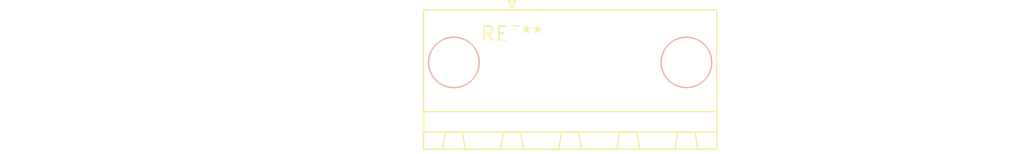
<source format=kicad_pcb>
(kicad_pcb (version 20240108) (generator pcbnew)
  (layers (0 "F.Cu" signal) (31 "B.Cu" signal) (34 "B.Paste" user) (35 "F.Paste" user) (36 "B.SilkS" user "B.Silkscreen") (37 "F.SilkS" user "F.Silkscreen") (38 "B.Mask" user) (39 "F.Mask" user) (44 "Edge.Cuts" user))
  (net 0 "")
  (footprint "PhoenixContact_MSTB_2,5_3-GF-5,08_1x03_P5.08mm_Horizontal_ThreadedFlange_MountHole" (layer "F.Cu") (at 0 0)
    (property "Reference" "REF**")
    (property "Value" "PhoenixContact_MSTB_2,5_3-GF-5,08_1x03_P5.08mm_Horizontal_ThreadedFlange_MountHole")
    (fp_circle (center -5.08 2.5) (end -2.87 2.5) (layer "B.SilkS") (stroke (width 0.12)) (fill none))
    (fp_circle (center 15.24 2.5) (end 17.45 2.5) (layer "B.SilkS") (stroke (width 0.12)) (fill none))
    (fp_line (start -7.73 -2.11) (end -7.73 10.11) (layer "F.SilkS") (stroke (width 0.12)))
    (fp_line (start -7.73 6.81) (end 17.89 6.81) (layer "F.SilkS") (stroke (width 0.12)))
    (fp_line (start -7.73 8.61) (end -7.73 6.81) (layer "F.SilkS") (stroke (width 0.12)))
    (fp_line (start -7.73 10.11) (end 17.89 10.11) (layer "F.SilkS") (stroke (width 0.12)))
    (fp_line (start -6.08 10.11) (end -4.08 10.11) (layer "F.SilkS") (stroke (width 0.12)))
    (fp_line (start -5.83 8.61) (end -6.08 10.11) (layer "F.SilkS") (stroke (width 0.12)))
    (fp_line (start -4.33 8.61) (end -5.83 8.61) (layer "F.SilkS") (stroke (width 0.12)))
    (fp_line (start -4.08 10.11) (end -4.33 8.61) (layer "F.SilkS") (stroke (width 0.12)))
    (fp_line (start -1 10.11) (end 1 10.11) (layer "F.SilkS") (stroke (width 0.12)))
    (fp_line (start -0.75 8.61) (end -1 10.11) (layer "F.SilkS") (stroke (width 0.12)))
    (fp_line (start -0.3 -2.91) (end 0.3 -2.91) (layer "F.SilkS") (stroke (width 0.12)))
    (fp_line (start 0 -2.31) (end -0.3 -2.91) (layer "F.SilkS") (stroke (width 0.12)))
    (fp_line (start 0.3 -2.91) (end 0 -2.31) (layer "F.SilkS") (stroke (width 0.12)))
    (fp_line (start 0.75 8.61) (end -0.75 8.61) (layer "F.SilkS") (stroke (width 0.12)))
    (fp_line (start 1 10.11) (end 0.75 8.61) (layer "F.SilkS") (stroke (width 0.12)))
    (fp_line (start 4.08 10.11) (end 6.08 10.11) (layer "F.SilkS") (stroke (width 0.12)))
    (fp_line (start 4.33 8.61) (end 4.08 10.11) (layer "F.SilkS") (stroke (width 0.12)))
    (fp_line (start 5.83 8.61) (end 4.33 8.61) (layer "F.SilkS") (stroke (width 0.12)))
    (fp_line (start 6.08 10.11) (end 5.83 8.61) (layer "F.SilkS") (stroke (width 0.12)))
    (fp_line (start 9.16 10.11) (end 11.16 10.11) (layer "F.SilkS") (stroke (width 0.12)))
    (fp_line (start 9.41 8.61) (end 9.16 10.11) (layer "F.SilkS") (stroke (width 0.12)))
    (fp_line (start 10.91 8.61) (end 9.41 8.61) (layer "F.SilkS") (stroke (width 0.12)))
    (fp_line (start 11.16 10.11) (end 10.91 8.61) (layer "F.SilkS") (stroke (width 0.12)))
    (fp_line (start 14.24 10.11) (end 16.24 10.11) (layer "F.SilkS") (stroke (width 0.12)))
    (fp_line (start 14.49 8.61) (end 14.24 10.11) (layer "F.SilkS") (stroke (width 0.12)))
    (fp_line (start 15.99 8.61) (end 14.49 8.61) (layer "F.SilkS") (stroke (width 0.12)))
    (fp_line (start 16.24 10.11) (end 15.99 8.61) (layer "F.SilkS") (stroke (width 0.12)))
    (fp_line (start 17.89 -2.11) (end -7.73 -2.11) (layer "F.SilkS") (stroke (width 0.12)))
    (fp_line (start 17.89 6.81) (end 17.89 8.61) (layer "F.SilkS") (stroke (width 0.12)))
    (fp_line (start 17.89 8.61) (end -7.73 8.61) (layer "F.SilkS") (stroke (width 0.12)))
    (fp_line (start 17.89 10.11) (end 17.89 -2.11) (layer "F.SilkS") (stroke (width 0.12)))
    (pad "" np_thru_hole circle (at -5.08 2.5) (size 2.4 2.4) (drill 2.4) (layers *.Cu *.Mask))
    (pad "" np_thru_hole circle (at 15.24 2.5) (size 2.4 2.4) (drill 2.4) (layers *.Cu *.Mask))
    (pad "1" thru_hole roundrect (at 0 0) (size 2.08 3.6) (drill 1.4) (layers *.Cu *.Mask) (remove_unused_layers) (roundrect_rratio 0.120192))
    (pad "2" thru_hole oval (at 5.08 0) (size 2.08 3.6) (drill 1.4) (layers *.Cu *.Mask) (remove_unused_layers))
    (pad "3" thru_hole oval (at 10.16 0) (size 2.08 3.6) (drill 1.4) (layers *.Cu *.Mask) (remove_unused_layers))
  )
)
</source>
